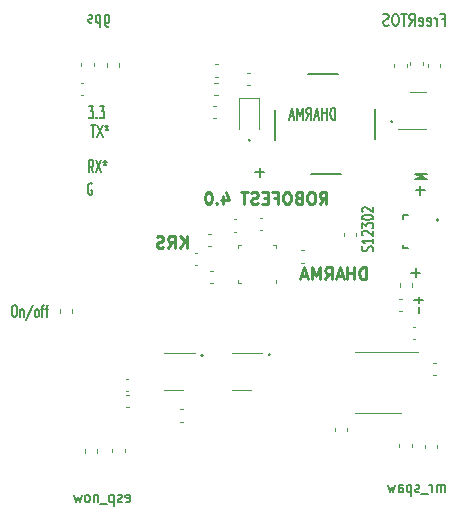
<source format=gbr>
%TF.GenerationSoftware,KiCad,Pcbnew,7.0.10*%
%TF.CreationDate,2024-12-04T12:38:22+05:30*%
%TF.ProjectId,Watch_v3,57617463-685f-4763-932e-6b696361645f,Watch_v3*%
%TF.SameCoordinates,Original*%
%TF.FileFunction,Legend,Bot*%
%TF.FilePolarity,Positive*%
%FSLAX46Y46*%
G04 Gerber Fmt 4.6, Leading zero omitted, Abs format (unit mm)*
G04 Created by KiCad (PCBNEW 7.0.10) date 2024-12-04 12:38:22*
%MOMM*%
%LPD*%
G01*
G04 APERTURE LIST*
%ADD10C,0.200000*%
%ADD11C,0.160000*%
%ADD12C,0.250000*%
%ADD13C,0.170000*%
%ADD14C,0.156000*%
%ADD15C,0.203200*%
%ADD16C,0.120000*%
%ADD17C,0.127000*%
G04 APERTURE END LIST*
D10*
X148850000Y-96275000D02*
G75*
G03*
X148708578Y-96275000I-70711J0D01*
G01*
X148708578Y-96275000D02*
G75*
G03*
X148850000Y-96275000I70711J0D01*
G01*
X143150000Y-96325000D02*
G75*
G03*
X143008578Y-96325000I-70711J0D01*
G01*
X143008578Y-96325000D02*
G75*
G03*
X143150000Y-96325000I70711J0D01*
G01*
X147145711Y-78125000D02*
G75*
G03*
X147004289Y-78125000I-70711J0D01*
G01*
X147004289Y-78125000D02*
G75*
G03*
X147145711Y-78125000I70711J0D01*
G01*
X159220711Y-76550000D02*
G75*
G03*
X159079289Y-76550000I-70711J0D01*
G01*
X159079289Y-76550000D02*
G75*
G03*
X159220711Y-76550000I70711J0D01*
G01*
X163095711Y-84875000D02*
G75*
G03*
X162954289Y-84875000I-70711J0D01*
G01*
X162954289Y-84875000D02*
G75*
G03*
X163095711Y-84875000I70711J0D01*
G01*
D11*
X157556680Y-87516667D02*
X157604299Y-87416667D01*
X157604299Y-87416667D02*
X157604299Y-87250001D01*
X157604299Y-87250001D02*
X157556680Y-87183334D01*
X157556680Y-87183334D02*
X157509060Y-87150001D01*
X157509060Y-87150001D02*
X157413822Y-87116667D01*
X157413822Y-87116667D02*
X157318584Y-87116667D01*
X157318584Y-87116667D02*
X157223346Y-87150001D01*
X157223346Y-87150001D02*
X157175727Y-87183334D01*
X157175727Y-87183334D02*
X157128108Y-87250001D01*
X157128108Y-87250001D02*
X157080489Y-87383334D01*
X157080489Y-87383334D02*
X157032870Y-87450001D01*
X157032870Y-87450001D02*
X156985251Y-87483334D01*
X156985251Y-87483334D02*
X156890013Y-87516667D01*
X156890013Y-87516667D02*
X156794775Y-87516667D01*
X156794775Y-87516667D02*
X156699537Y-87483334D01*
X156699537Y-87483334D02*
X156651918Y-87450001D01*
X156651918Y-87450001D02*
X156604299Y-87383334D01*
X156604299Y-87383334D02*
X156604299Y-87216667D01*
X156604299Y-87216667D02*
X156651918Y-87116667D01*
X157604299Y-86450000D02*
X157604299Y-86850000D01*
X157604299Y-86650000D02*
X156604299Y-86650000D01*
X156604299Y-86650000D02*
X156747156Y-86716667D01*
X156747156Y-86716667D02*
X156842394Y-86783334D01*
X156842394Y-86783334D02*
X156890013Y-86850000D01*
X156699537Y-86183333D02*
X156651918Y-86150000D01*
X156651918Y-86150000D02*
X156604299Y-86083333D01*
X156604299Y-86083333D02*
X156604299Y-85916667D01*
X156604299Y-85916667D02*
X156651918Y-85850000D01*
X156651918Y-85850000D02*
X156699537Y-85816667D01*
X156699537Y-85816667D02*
X156794775Y-85783333D01*
X156794775Y-85783333D02*
X156890013Y-85783333D01*
X156890013Y-85783333D02*
X157032870Y-85816667D01*
X157032870Y-85816667D02*
X157604299Y-86216667D01*
X157604299Y-86216667D02*
X157604299Y-85783333D01*
X156604299Y-85550000D02*
X156604299Y-85116666D01*
X156604299Y-85116666D02*
X156985251Y-85350000D01*
X156985251Y-85350000D02*
X156985251Y-85250000D01*
X156985251Y-85250000D02*
X157032870Y-85183333D01*
X157032870Y-85183333D02*
X157080489Y-85150000D01*
X157080489Y-85150000D02*
X157175727Y-85116666D01*
X157175727Y-85116666D02*
X157413822Y-85116666D01*
X157413822Y-85116666D02*
X157509060Y-85150000D01*
X157509060Y-85150000D02*
X157556680Y-85183333D01*
X157556680Y-85183333D02*
X157604299Y-85250000D01*
X157604299Y-85250000D02*
X157604299Y-85450000D01*
X157604299Y-85450000D02*
X157556680Y-85516666D01*
X157556680Y-85516666D02*
X157509060Y-85550000D01*
X156604299Y-84683333D02*
X156604299Y-84616666D01*
X156604299Y-84616666D02*
X156651918Y-84549999D01*
X156651918Y-84549999D02*
X156699537Y-84516666D01*
X156699537Y-84516666D02*
X156794775Y-84483333D01*
X156794775Y-84483333D02*
X156985251Y-84449999D01*
X156985251Y-84449999D02*
X157223346Y-84449999D01*
X157223346Y-84449999D02*
X157413822Y-84483333D01*
X157413822Y-84483333D02*
X157509060Y-84516666D01*
X157509060Y-84516666D02*
X157556680Y-84549999D01*
X157556680Y-84549999D02*
X157604299Y-84616666D01*
X157604299Y-84616666D02*
X157604299Y-84683333D01*
X157604299Y-84683333D02*
X157556680Y-84749999D01*
X157556680Y-84749999D02*
X157509060Y-84783333D01*
X157509060Y-84783333D02*
X157413822Y-84816666D01*
X157413822Y-84816666D02*
X157223346Y-84849999D01*
X157223346Y-84849999D02*
X156985251Y-84849999D01*
X156985251Y-84849999D02*
X156794775Y-84816666D01*
X156794775Y-84816666D02*
X156699537Y-84783333D01*
X156699537Y-84783333D02*
X156651918Y-84749999D01*
X156651918Y-84749999D02*
X156604299Y-84683333D01*
X156699537Y-84183332D02*
X156651918Y-84149999D01*
X156651918Y-84149999D02*
X156604299Y-84083332D01*
X156604299Y-84083332D02*
X156604299Y-83916666D01*
X156604299Y-83916666D02*
X156651918Y-83849999D01*
X156651918Y-83849999D02*
X156699537Y-83816666D01*
X156699537Y-83816666D02*
X156794775Y-83783332D01*
X156794775Y-83783332D02*
X156890013Y-83783332D01*
X156890013Y-83783332D02*
X157032870Y-83816666D01*
X157032870Y-83816666D02*
X157604299Y-84216666D01*
X157604299Y-84216666D02*
X157604299Y-83783332D01*
D12*
X156972431Y-89889619D02*
X156972431Y-88889619D01*
X156972431Y-88889619D02*
X156734336Y-88889619D01*
X156734336Y-88889619D02*
X156591479Y-88937238D01*
X156591479Y-88937238D02*
X156496241Y-89032476D01*
X156496241Y-89032476D02*
X156448622Y-89127714D01*
X156448622Y-89127714D02*
X156401003Y-89318190D01*
X156401003Y-89318190D02*
X156401003Y-89461047D01*
X156401003Y-89461047D02*
X156448622Y-89651523D01*
X156448622Y-89651523D02*
X156496241Y-89746761D01*
X156496241Y-89746761D02*
X156591479Y-89842000D01*
X156591479Y-89842000D02*
X156734336Y-89889619D01*
X156734336Y-89889619D02*
X156972431Y-89889619D01*
X155972431Y-89889619D02*
X155972431Y-88889619D01*
X155972431Y-89365809D02*
X155401003Y-89365809D01*
X155401003Y-89889619D02*
X155401003Y-88889619D01*
X154972431Y-89603904D02*
X154496241Y-89603904D01*
X155067669Y-89889619D02*
X154734336Y-88889619D01*
X154734336Y-88889619D02*
X154401003Y-89889619D01*
X153496241Y-89889619D02*
X153829574Y-89413428D01*
X154067669Y-89889619D02*
X154067669Y-88889619D01*
X154067669Y-88889619D02*
X153686717Y-88889619D01*
X153686717Y-88889619D02*
X153591479Y-88937238D01*
X153591479Y-88937238D02*
X153543860Y-88984857D01*
X153543860Y-88984857D02*
X153496241Y-89080095D01*
X153496241Y-89080095D02*
X153496241Y-89222952D01*
X153496241Y-89222952D02*
X153543860Y-89318190D01*
X153543860Y-89318190D02*
X153591479Y-89365809D01*
X153591479Y-89365809D02*
X153686717Y-89413428D01*
X153686717Y-89413428D02*
X154067669Y-89413428D01*
X153067669Y-89889619D02*
X153067669Y-88889619D01*
X153067669Y-88889619D02*
X152734336Y-89603904D01*
X152734336Y-89603904D02*
X152401003Y-88889619D01*
X152401003Y-88889619D02*
X152401003Y-89889619D01*
X151972431Y-89603904D02*
X151496241Y-89603904D01*
X152067669Y-89889619D02*
X151734336Y-88889619D01*
X151734336Y-88889619D02*
X151401003Y-89889619D01*
D13*
X154346491Y-76368779D02*
X154346491Y-75368779D01*
X154346491Y-75368779D02*
X154179824Y-75368779D01*
X154179824Y-75368779D02*
X154079824Y-75416398D01*
X154079824Y-75416398D02*
X154013158Y-75511636D01*
X154013158Y-75511636D02*
X153979824Y-75606874D01*
X153979824Y-75606874D02*
X153946491Y-75797350D01*
X153946491Y-75797350D02*
X153946491Y-75940207D01*
X153946491Y-75940207D02*
X153979824Y-76130683D01*
X153979824Y-76130683D02*
X154013158Y-76225921D01*
X154013158Y-76225921D02*
X154079824Y-76321160D01*
X154079824Y-76321160D02*
X154179824Y-76368779D01*
X154179824Y-76368779D02*
X154346491Y-76368779D01*
X153646491Y-76368779D02*
X153646491Y-75368779D01*
X153646491Y-75844969D02*
X153246491Y-75844969D01*
X153246491Y-76368779D02*
X153246491Y-75368779D01*
X152946491Y-76083064D02*
X152613158Y-76083064D01*
X153013158Y-76368779D02*
X152779825Y-75368779D01*
X152779825Y-75368779D02*
X152546491Y-76368779D01*
X151913158Y-76368779D02*
X152146491Y-75892588D01*
X152313158Y-76368779D02*
X152313158Y-75368779D01*
X152313158Y-75368779D02*
X152046491Y-75368779D01*
X152046491Y-75368779D02*
X151979825Y-75416398D01*
X151979825Y-75416398D02*
X151946491Y-75464017D01*
X151946491Y-75464017D02*
X151913158Y-75559255D01*
X151913158Y-75559255D02*
X151913158Y-75702112D01*
X151913158Y-75702112D02*
X151946491Y-75797350D01*
X151946491Y-75797350D02*
X151979825Y-75844969D01*
X151979825Y-75844969D02*
X152046491Y-75892588D01*
X152046491Y-75892588D02*
X152313158Y-75892588D01*
X151613158Y-76368779D02*
X151613158Y-75368779D01*
X151613158Y-75368779D02*
X151379825Y-76083064D01*
X151379825Y-76083064D02*
X151146491Y-75368779D01*
X151146491Y-75368779D02*
X151146491Y-76368779D01*
X150846491Y-76083064D02*
X150513158Y-76083064D01*
X150913158Y-76368779D02*
X150679825Y-75368779D01*
X150679825Y-75368779D02*
X150446491Y-76368779D01*
D10*
X163627945Y-107942219D02*
X163627945Y-107275552D01*
X163627945Y-107370790D02*
X163589850Y-107323171D01*
X163589850Y-107323171D02*
X163513660Y-107275552D01*
X163513660Y-107275552D02*
X163399374Y-107275552D01*
X163399374Y-107275552D02*
X163323183Y-107323171D01*
X163323183Y-107323171D02*
X163285088Y-107418409D01*
X163285088Y-107418409D02*
X163285088Y-107942219D01*
X163285088Y-107418409D02*
X163246993Y-107323171D01*
X163246993Y-107323171D02*
X163170802Y-107275552D01*
X163170802Y-107275552D02*
X163056517Y-107275552D01*
X163056517Y-107275552D02*
X162980326Y-107323171D01*
X162980326Y-107323171D02*
X162942231Y-107418409D01*
X162942231Y-107418409D02*
X162942231Y-107942219D01*
X162561278Y-107942219D02*
X162561278Y-107275552D01*
X162561278Y-107466028D02*
X162523183Y-107370790D01*
X162523183Y-107370790D02*
X162485088Y-107323171D01*
X162485088Y-107323171D02*
X162408897Y-107275552D01*
X162408897Y-107275552D02*
X162332707Y-107275552D01*
X162256517Y-108037457D02*
X161646993Y-108037457D01*
X161494612Y-107894600D02*
X161418421Y-107942219D01*
X161418421Y-107942219D02*
X161266040Y-107942219D01*
X161266040Y-107942219D02*
X161189850Y-107894600D01*
X161189850Y-107894600D02*
X161151754Y-107799361D01*
X161151754Y-107799361D02*
X161151754Y-107751742D01*
X161151754Y-107751742D02*
X161189850Y-107656504D01*
X161189850Y-107656504D02*
X161266040Y-107608885D01*
X161266040Y-107608885D02*
X161380326Y-107608885D01*
X161380326Y-107608885D02*
X161456516Y-107561266D01*
X161456516Y-107561266D02*
X161494612Y-107466028D01*
X161494612Y-107466028D02*
X161494612Y-107418409D01*
X161494612Y-107418409D02*
X161456516Y-107323171D01*
X161456516Y-107323171D02*
X161380326Y-107275552D01*
X161380326Y-107275552D02*
X161266040Y-107275552D01*
X161266040Y-107275552D02*
X161189850Y-107323171D01*
X160808897Y-107275552D02*
X160808897Y-108275552D01*
X160808897Y-107323171D02*
X160732707Y-107275552D01*
X160732707Y-107275552D02*
X160580326Y-107275552D01*
X160580326Y-107275552D02*
X160504135Y-107323171D01*
X160504135Y-107323171D02*
X160466040Y-107370790D01*
X160466040Y-107370790D02*
X160427945Y-107466028D01*
X160427945Y-107466028D02*
X160427945Y-107751742D01*
X160427945Y-107751742D02*
X160466040Y-107846980D01*
X160466040Y-107846980D02*
X160504135Y-107894600D01*
X160504135Y-107894600D02*
X160580326Y-107942219D01*
X160580326Y-107942219D02*
X160732707Y-107942219D01*
X160732707Y-107942219D02*
X160808897Y-107894600D01*
X159742230Y-107942219D02*
X159742230Y-107418409D01*
X159742230Y-107418409D02*
X159780325Y-107323171D01*
X159780325Y-107323171D02*
X159856516Y-107275552D01*
X159856516Y-107275552D02*
X160008897Y-107275552D01*
X160008897Y-107275552D02*
X160085087Y-107323171D01*
X159742230Y-107894600D02*
X159818421Y-107942219D01*
X159818421Y-107942219D02*
X160008897Y-107942219D01*
X160008897Y-107942219D02*
X160085087Y-107894600D01*
X160085087Y-107894600D02*
X160123183Y-107799361D01*
X160123183Y-107799361D02*
X160123183Y-107704123D01*
X160123183Y-107704123D02*
X160085087Y-107608885D01*
X160085087Y-107608885D02*
X160008897Y-107561266D01*
X160008897Y-107561266D02*
X159818421Y-107561266D01*
X159818421Y-107561266D02*
X159742230Y-107513647D01*
X159437468Y-107275552D02*
X159285087Y-107942219D01*
X159285087Y-107942219D02*
X159132706Y-107466028D01*
X159132706Y-107466028D02*
X158980325Y-107942219D01*
X158980325Y-107942219D02*
X158827944Y-107275552D01*
D12*
X153051003Y-83514619D02*
X153384336Y-83038428D01*
X153622431Y-83514619D02*
X153622431Y-82514619D01*
X153622431Y-82514619D02*
X153241479Y-82514619D01*
X153241479Y-82514619D02*
X153146241Y-82562238D01*
X153146241Y-82562238D02*
X153098622Y-82609857D01*
X153098622Y-82609857D02*
X153051003Y-82705095D01*
X153051003Y-82705095D02*
X153051003Y-82847952D01*
X153051003Y-82847952D02*
X153098622Y-82943190D01*
X153098622Y-82943190D02*
X153146241Y-82990809D01*
X153146241Y-82990809D02*
X153241479Y-83038428D01*
X153241479Y-83038428D02*
X153622431Y-83038428D01*
X152431955Y-82514619D02*
X152241479Y-82514619D01*
X152241479Y-82514619D02*
X152146241Y-82562238D01*
X152146241Y-82562238D02*
X152051003Y-82657476D01*
X152051003Y-82657476D02*
X152003384Y-82847952D01*
X152003384Y-82847952D02*
X152003384Y-83181285D01*
X152003384Y-83181285D02*
X152051003Y-83371761D01*
X152051003Y-83371761D02*
X152146241Y-83467000D01*
X152146241Y-83467000D02*
X152241479Y-83514619D01*
X152241479Y-83514619D02*
X152431955Y-83514619D01*
X152431955Y-83514619D02*
X152527193Y-83467000D01*
X152527193Y-83467000D02*
X152622431Y-83371761D01*
X152622431Y-83371761D02*
X152670050Y-83181285D01*
X152670050Y-83181285D02*
X152670050Y-82847952D01*
X152670050Y-82847952D02*
X152622431Y-82657476D01*
X152622431Y-82657476D02*
X152527193Y-82562238D01*
X152527193Y-82562238D02*
X152431955Y-82514619D01*
X151241479Y-82990809D02*
X151098622Y-83038428D01*
X151098622Y-83038428D02*
X151051003Y-83086047D01*
X151051003Y-83086047D02*
X151003384Y-83181285D01*
X151003384Y-83181285D02*
X151003384Y-83324142D01*
X151003384Y-83324142D02*
X151051003Y-83419380D01*
X151051003Y-83419380D02*
X151098622Y-83467000D01*
X151098622Y-83467000D02*
X151193860Y-83514619D01*
X151193860Y-83514619D02*
X151574812Y-83514619D01*
X151574812Y-83514619D02*
X151574812Y-82514619D01*
X151574812Y-82514619D02*
X151241479Y-82514619D01*
X151241479Y-82514619D02*
X151146241Y-82562238D01*
X151146241Y-82562238D02*
X151098622Y-82609857D01*
X151098622Y-82609857D02*
X151051003Y-82705095D01*
X151051003Y-82705095D02*
X151051003Y-82800333D01*
X151051003Y-82800333D02*
X151098622Y-82895571D01*
X151098622Y-82895571D02*
X151146241Y-82943190D01*
X151146241Y-82943190D02*
X151241479Y-82990809D01*
X151241479Y-82990809D02*
X151574812Y-82990809D01*
X150384336Y-82514619D02*
X150193860Y-82514619D01*
X150193860Y-82514619D02*
X150098622Y-82562238D01*
X150098622Y-82562238D02*
X150003384Y-82657476D01*
X150003384Y-82657476D02*
X149955765Y-82847952D01*
X149955765Y-82847952D02*
X149955765Y-83181285D01*
X149955765Y-83181285D02*
X150003384Y-83371761D01*
X150003384Y-83371761D02*
X150098622Y-83467000D01*
X150098622Y-83467000D02*
X150193860Y-83514619D01*
X150193860Y-83514619D02*
X150384336Y-83514619D01*
X150384336Y-83514619D02*
X150479574Y-83467000D01*
X150479574Y-83467000D02*
X150574812Y-83371761D01*
X150574812Y-83371761D02*
X150622431Y-83181285D01*
X150622431Y-83181285D02*
X150622431Y-82847952D01*
X150622431Y-82847952D02*
X150574812Y-82657476D01*
X150574812Y-82657476D02*
X150479574Y-82562238D01*
X150479574Y-82562238D02*
X150384336Y-82514619D01*
X149193860Y-82990809D02*
X149527193Y-82990809D01*
X149527193Y-83514619D02*
X149527193Y-82514619D01*
X149527193Y-82514619D02*
X149051003Y-82514619D01*
X148670050Y-82990809D02*
X148336717Y-82990809D01*
X148193860Y-83514619D02*
X148670050Y-83514619D01*
X148670050Y-83514619D02*
X148670050Y-82514619D01*
X148670050Y-82514619D02*
X148193860Y-82514619D01*
X147812907Y-83467000D02*
X147670050Y-83514619D01*
X147670050Y-83514619D02*
X147431955Y-83514619D01*
X147431955Y-83514619D02*
X147336717Y-83467000D01*
X147336717Y-83467000D02*
X147289098Y-83419380D01*
X147289098Y-83419380D02*
X147241479Y-83324142D01*
X147241479Y-83324142D02*
X147241479Y-83228904D01*
X147241479Y-83228904D02*
X147289098Y-83133666D01*
X147289098Y-83133666D02*
X147336717Y-83086047D01*
X147336717Y-83086047D02*
X147431955Y-83038428D01*
X147431955Y-83038428D02*
X147622431Y-82990809D01*
X147622431Y-82990809D02*
X147717669Y-82943190D01*
X147717669Y-82943190D02*
X147765288Y-82895571D01*
X147765288Y-82895571D02*
X147812907Y-82800333D01*
X147812907Y-82800333D02*
X147812907Y-82705095D01*
X147812907Y-82705095D02*
X147765288Y-82609857D01*
X147765288Y-82609857D02*
X147717669Y-82562238D01*
X147717669Y-82562238D02*
X147622431Y-82514619D01*
X147622431Y-82514619D02*
X147384336Y-82514619D01*
X147384336Y-82514619D02*
X147241479Y-82562238D01*
X146955764Y-82514619D02*
X146384336Y-82514619D01*
X146670050Y-83514619D02*
X146670050Y-82514619D01*
X144860526Y-82847952D02*
X144860526Y-83514619D01*
X145098621Y-82467000D02*
X145336716Y-83181285D01*
X145336716Y-83181285D02*
X144717669Y-83181285D01*
X144336716Y-83419380D02*
X144289097Y-83467000D01*
X144289097Y-83467000D02*
X144336716Y-83514619D01*
X144336716Y-83514619D02*
X144384335Y-83467000D01*
X144384335Y-83467000D02*
X144336716Y-83419380D01*
X144336716Y-83419380D02*
X144336716Y-83514619D01*
X143670050Y-82514619D02*
X143574812Y-82514619D01*
X143574812Y-82514619D02*
X143479574Y-82562238D01*
X143479574Y-82562238D02*
X143431955Y-82609857D01*
X143431955Y-82609857D02*
X143384336Y-82705095D01*
X143384336Y-82705095D02*
X143336717Y-82895571D01*
X143336717Y-82895571D02*
X143336717Y-83133666D01*
X143336717Y-83133666D02*
X143384336Y-83324142D01*
X143384336Y-83324142D02*
X143431955Y-83419380D01*
X143431955Y-83419380D02*
X143479574Y-83467000D01*
X143479574Y-83467000D02*
X143574812Y-83514619D01*
X143574812Y-83514619D02*
X143670050Y-83514619D01*
X143670050Y-83514619D02*
X143765288Y-83467000D01*
X143765288Y-83467000D02*
X143812907Y-83419380D01*
X143812907Y-83419380D02*
X143860526Y-83324142D01*
X143860526Y-83324142D02*
X143908145Y-83133666D01*
X143908145Y-83133666D02*
X143908145Y-82895571D01*
X143908145Y-82895571D02*
X143860526Y-82705095D01*
X143860526Y-82705095D02*
X143812907Y-82609857D01*
X143812907Y-82609857D02*
X143765288Y-82562238D01*
X143765288Y-82562238D02*
X143670050Y-82514619D01*
D11*
X133494047Y-75254299D02*
X133896428Y-75254299D01*
X133896428Y-75254299D02*
X133679761Y-75635251D01*
X133679761Y-75635251D02*
X133772618Y-75635251D01*
X133772618Y-75635251D02*
X133834523Y-75682870D01*
X133834523Y-75682870D02*
X133865475Y-75730489D01*
X133865475Y-75730489D02*
X133896428Y-75825727D01*
X133896428Y-75825727D02*
X133896428Y-76063822D01*
X133896428Y-76063822D02*
X133865475Y-76159060D01*
X133865475Y-76159060D02*
X133834523Y-76206680D01*
X133834523Y-76206680D02*
X133772618Y-76254299D01*
X133772618Y-76254299D02*
X133586904Y-76254299D01*
X133586904Y-76254299D02*
X133524999Y-76206680D01*
X133524999Y-76206680D02*
X133494047Y-76159060D01*
X134174999Y-76159060D02*
X134205952Y-76206680D01*
X134205952Y-76206680D02*
X134174999Y-76254299D01*
X134174999Y-76254299D02*
X134144047Y-76206680D01*
X134144047Y-76206680D02*
X134174999Y-76159060D01*
X134174999Y-76159060D02*
X134174999Y-76254299D01*
X134422619Y-75254299D02*
X134825000Y-75254299D01*
X134825000Y-75254299D02*
X134608333Y-75635251D01*
X134608333Y-75635251D02*
X134701190Y-75635251D01*
X134701190Y-75635251D02*
X134763095Y-75682870D01*
X134763095Y-75682870D02*
X134794047Y-75730489D01*
X134794047Y-75730489D02*
X134825000Y-75825727D01*
X134825000Y-75825727D02*
X134825000Y-76063822D01*
X134825000Y-76063822D02*
X134794047Y-76159060D01*
X134794047Y-76159060D02*
X134763095Y-76206680D01*
X134763095Y-76206680D02*
X134701190Y-76254299D01*
X134701190Y-76254299D02*
X134515476Y-76254299D01*
X134515476Y-76254299D02*
X134453571Y-76206680D01*
X134453571Y-76206680D02*
X134422619Y-76159060D01*
X133894047Y-80829299D02*
X133677380Y-80353108D01*
X133522618Y-80829299D02*
X133522618Y-79829299D01*
X133522618Y-79829299D02*
X133770237Y-79829299D01*
X133770237Y-79829299D02*
X133832142Y-79876918D01*
X133832142Y-79876918D02*
X133863095Y-79924537D01*
X133863095Y-79924537D02*
X133894047Y-80019775D01*
X133894047Y-80019775D02*
X133894047Y-80162632D01*
X133894047Y-80162632D02*
X133863095Y-80257870D01*
X133863095Y-80257870D02*
X133832142Y-80305489D01*
X133832142Y-80305489D02*
X133770237Y-80353108D01*
X133770237Y-80353108D02*
X133522618Y-80353108D01*
X134110714Y-79829299D02*
X134544047Y-80829299D01*
X134544047Y-79829299D02*
X134110714Y-80829299D01*
X134884524Y-79829299D02*
X134884524Y-80067394D01*
X134729762Y-79972156D02*
X134884524Y-80067394D01*
X134884524Y-80067394D02*
X135039285Y-79972156D01*
X134791666Y-80257870D02*
X134884524Y-80067394D01*
X134884524Y-80067394D02*
X134977381Y-80257870D01*
D12*
X141772431Y-87239619D02*
X141772431Y-86239619D01*
X141201003Y-87239619D02*
X141629574Y-86668190D01*
X141201003Y-86239619D02*
X141772431Y-86811047D01*
X140201003Y-87239619D02*
X140534336Y-86763428D01*
X140772431Y-87239619D02*
X140772431Y-86239619D01*
X140772431Y-86239619D02*
X140391479Y-86239619D01*
X140391479Y-86239619D02*
X140296241Y-86287238D01*
X140296241Y-86287238D02*
X140248622Y-86334857D01*
X140248622Y-86334857D02*
X140201003Y-86430095D01*
X140201003Y-86430095D02*
X140201003Y-86572952D01*
X140201003Y-86572952D02*
X140248622Y-86668190D01*
X140248622Y-86668190D02*
X140296241Y-86715809D01*
X140296241Y-86715809D02*
X140391479Y-86763428D01*
X140391479Y-86763428D02*
X140772431Y-86763428D01*
X139820050Y-87192000D02*
X139677193Y-87239619D01*
X139677193Y-87239619D02*
X139439098Y-87239619D01*
X139439098Y-87239619D02*
X139343860Y-87192000D01*
X139343860Y-87192000D02*
X139296241Y-87144380D01*
X139296241Y-87144380D02*
X139248622Y-87049142D01*
X139248622Y-87049142D02*
X139248622Y-86953904D01*
X139248622Y-86953904D02*
X139296241Y-86858666D01*
X139296241Y-86858666D02*
X139343860Y-86811047D01*
X139343860Y-86811047D02*
X139439098Y-86763428D01*
X139439098Y-86763428D02*
X139629574Y-86715809D01*
X139629574Y-86715809D02*
X139724812Y-86668190D01*
X139724812Y-86668190D02*
X139772431Y-86620571D01*
X139772431Y-86620571D02*
X139820050Y-86525333D01*
X139820050Y-86525333D02*
X139820050Y-86430095D01*
X139820050Y-86430095D02*
X139772431Y-86334857D01*
X139772431Y-86334857D02*
X139724812Y-86287238D01*
X139724812Y-86287238D02*
X139629574Y-86239619D01*
X139629574Y-86239619D02*
X139391479Y-86239619D01*
X139391479Y-86239619D02*
X139248622Y-86287238D01*
D10*
X136623183Y-108744600D02*
X136699374Y-108792219D01*
X136699374Y-108792219D02*
X136851755Y-108792219D01*
X136851755Y-108792219D02*
X136927945Y-108744600D01*
X136927945Y-108744600D02*
X136966041Y-108649361D01*
X136966041Y-108649361D02*
X136966041Y-108268409D01*
X136966041Y-108268409D02*
X136927945Y-108173171D01*
X136927945Y-108173171D02*
X136851755Y-108125552D01*
X136851755Y-108125552D02*
X136699374Y-108125552D01*
X136699374Y-108125552D02*
X136623183Y-108173171D01*
X136623183Y-108173171D02*
X136585088Y-108268409D01*
X136585088Y-108268409D02*
X136585088Y-108363647D01*
X136585088Y-108363647D02*
X136966041Y-108458885D01*
X136280327Y-108744600D02*
X136204136Y-108792219D01*
X136204136Y-108792219D02*
X136051755Y-108792219D01*
X136051755Y-108792219D02*
X135975565Y-108744600D01*
X135975565Y-108744600D02*
X135937469Y-108649361D01*
X135937469Y-108649361D02*
X135937469Y-108601742D01*
X135937469Y-108601742D02*
X135975565Y-108506504D01*
X135975565Y-108506504D02*
X136051755Y-108458885D01*
X136051755Y-108458885D02*
X136166041Y-108458885D01*
X136166041Y-108458885D02*
X136242231Y-108411266D01*
X136242231Y-108411266D02*
X136280327Y-108316028D01*
X136280327Y-108316028D02*
X136280327Y-108268409D01*
X136280327Y-108268409D02*
X136242231Y-108173171D01*
X136242231Y-108173171D02*
X136166041Y-108125552D01*
X136166041Y-108125552D02*
X136051755Y-108125552D01*
X136051755Y-108125552D02*
X135975565Y-108173171D01*
X135594612Y-108125552D02*
X135594612Y-109125552D01*
X135594612Y-108173171D02*
X135518422Y-108125552D01*
X135518422Y-108125552D02*
X135366041Y-108125552D01*
X135366041Y-108125552D02*
X135289850Y-108173171D01*
X135289850Y-108173171D02*
X135251755Y-108220790D01*
X135251755Y-108220790D02*
X135213660Y-108316028D01*
X135213660Y-108316028D02*
X135213660Y-108601742D01*
X135213660Y-108601742D02*
X135251755Y-108696980D01*
X135251755Y-108696980D02*
X135289850Y-108744600D01*
X135289850Y-108744600D02*
X135366041Y-108792219D01*
X135366041Y-108792219D02*
X135518422Y-108792219D01*
X135518422Y-108792219D02*
X135594612Y-108744600D01*
X135061279Y-108887457D02*
X134451755Y-108887457D01*
X134261278Y-108125552D02*
X134261278Y-108792219D01*
X134261278Y-108220790D02*
X134223183Y-108173171D01*
X134223183Y-108173171D02*
X134146993Y-108125552D01*
X134146993Y-108125552D02*
X134032707Y-108125552D01*
X134032707Y-108125552D02*
X133956516Y-108173171D01*
X133956516Y-108173171D02*
X133918421Y-108268409D01*
X133918421Y-108268409D02*
X133918421Y-108792219D01*
X133423183Y-108792219D02*
X133499373Y-108744600D01*
X133499373Y-108744600D02*
X133537468Y-108696980D01*
X133537468Y-108696980D02*
X133575564Y-108601742D01*
X133575564Y-108601742D02*
X133575564Y-108316028D01*
X133575564Y-108316028D02*
X133537468Y-108220790D01*
X133537468Y-108220790D02*
X133499373Y-108173171D01*
X133499373Y-108173171D02*
X133423183Y-108125552D01*
X133423183Y-108125552D02*
X133308897Y-108125552D01*
X133308897Y-108125552D02*
X133232706Y-108173171D01*
X133232706Y-108173171D02*
X133194611Y-108220790D01*
X133194611Y-108220790D02*
X133156516Y-108316028D01*
X133156516Y-108316028D02*
X133156516Y-108601742D01*
X133156516Y-108601742D02*
X133194611Y-108696980D01*
X133194611Y-108696980D02*
X133232706Y-108744600D01*
X133232706Y-108744600D02*
X133308897Y-108792219D01*
X133308897Y-108792219D02*
X133423183Y-108792219D01*
X132889849Y-108125552D02*
X132737468Y-108792219D01*
X132737468Y-108792219D02*
X132585087Y-108316028D01*
X132585087Y-108316028D02*
X132432706Y-108792219D01*
X132432706Y-108792219D02*
X132280325Y-108125552D01*
D11*
X133770238Y-81801918D02*
X133708333Y-81754299D01*
X133708333Y-81754299D02*
X133615476Y-81754299D01*
X133615476Y-81754299D02*
X133522619Y-81801918D01*
X133522619Y-81801918D02*
X133460714Y-81897156D01*
X133460714Y-81897156D02*
X133429761Y-81992394D01*
X133429761Y-81992394D02*
X133398809Y-82182870D01*
X133398809Y-82182870D02*
X133398809Y-82325727D01*
X133398809Y-82325727D02*
X133429761Y-82516203D01*
X133429761Y-82516203D02*
X133460714Y-82611441D01*
X133460714Y-82611441D02*
X133522619Y-82706680D01*
X133522619Y-82706680D02*
X133615476Y-82754299D01*
X133615476Y-82754299D02*
X133677380Y-82754299D01*
X133677380Y-82754299D02*
X133770238Y-82706680D01*
X133770238Y-82706680D02*
X133801190Y-82659060D01*
X133801190Y-82659060D02*
X133801190Y-82325727D01*
X133801190Y-82325727D02*
X133677380Y-82325727D01*
D14*
X161931593Y-82373693D02*
X161168405Y-82373693D01*
X161549999Y-82755287D02*
X161549999Y-81992098D01*
D11*
X133707142Y-76804299D02*
X134078571Y-76804299D01*
X133892857Y-77804299D02*
X133892857Y-76804299D01*
X134233333Y-76804299D02*
X134666666Y-77804299D01*
X134666666Y-76804299D02*
X134233333Y-77804299D01*
X135007143Y-76804299D02*
X135007143Y-77042394D01*
X134852381Y-76947156D02*
X135007143Y-77042394D01*
X135007143Y-77042394D02*
X135161904Y-76947156D01*
X134914285Y-77232870D02*
X135007143Y-77042394D01*
X135007143Y-77042394D02*
X135100000Y-77232870D01*
D10*
X134860088Y-67500552D02*
X134860088Y-68310076D01*
X134860088Y-68310076D02*
X134898183Y-68405314D01*
X134898183Y-68405314D02*
X134936279Y-68452933D01*
X134936279Y-68452933D02*
X135012469Y-68500552D01*
X135012469Y-68500552D02*
X135126755Y-68500552D01*
X135126755Y-68500552D02*
X135202945Y-68452933D01*
X134860088Y-68119600D02*
X134936279Y-68167219D01*
X134936279Y-68167219D02*
X135088660Y-68167219D01*
X135088660Y-68167219D02*
X135164850Y-68119600D01*
X135164850Y-68119600D02*
X135202945Y-68071980D01*
X135202945Y-68071980D02*
X135241041Y-67976742D01*
X135241041Y-67976742D02*
X135241041Y-67691028D01*
X135241041Y-67691028D02*
X135202945Y-67595790D01*
X135202945Y-67595790D02*
X135164850Y-67548171D01*
X135164850Y-67548171D02*
X135088660Y-67500552D01*
X135088660Y-67500552D02*
X134936279Y-67500552D01*
X134936279Y-67500552D02*
X134860088Y-67548171D01*
X134479135Y-67500552D02*
X134479135Y-68500552D01*
X134479135Y-67548171D02*
X134402945Y-67500552D01*
X134402945Y-67500552D02*
X134250564Y-67500552D01*
X134250564Y-67500552D02*
X134174373Y-67548171D01*
X134174373Y-67548171D02*
X134136278Y-67595790D01*
X134136278Y-67595790D02*
X134098183Y-67691028D01*
X134098183Y-67691028D02*
X134098183Y-67976742D01*
X134098183Y-67976742D02*
X134136278Y-68071980D01*
X134136278Y-68071980D02*
X134174373Y-68119600D01*
X134174373Y-68119600D02*
X134250564Y-68167219D01*
X134250564Y-68167219D02*
X134402945Y-68167219D01*
X134402945Y-68167219D02*
X134479135Y-68119600D01*
X133793421Y-68119600D02*
X133717230Y-68167219D01*
X133717230Y-68167219D02*
X133564849Y-68167219D01*
X133564849Y-68167219D02*
X133488659Y-68119600D01*
X133488659Y-68119600D02*
X133450563Y-68024361D01*
X133450563Y-68024361D02*
X133450563Y-67976742D01*
X133450563Y-67976742D02*
X133488659Y-67881504D01*
X133488659Y-67881504D02*
X133564849Y-67833885D01*
X133564849Y-67833885D02*
X133679135Y-67833885D01*
X133679135Y-67833885D02*
X133755325Y-67786266D01*
X133755325Y-67786266D02*
X133793421Y-67691028D01*
X133793421Y-67691028D02*
X133793421Y-67643409D01*
X133793421Y-67643409D02*
X133755325Y-67548171D01*
X133755325Y-67548171D02*
X133679135Y-67500552D01*
X133679135Y-67500552D02*
X133564849Y-67500552D01*
X133564849Y-67500552D02*
X133488659Y-67548171D01*
D11*
X161426653Y-91424999D02*
X161426653Y-91920238D01*
X161045700Y-91672618D02*
X161807605Y-91672618D01*
X161426653Y-92229761D02*
X161426653Y-92725000D01*
D14*
X161556593Y-89323693D02*
X160793405Y-89323693D01*
X161174999Y-89705287D02*
X161174999Y-88942098D01*
D11*
X127138095Y-92079299D02*
X127261904Y-92079299D01*
X127261904Y-92079299D02*
X127323809Y-92126918D01*
X127323809Y-92126918D02*
X127385714Y-92222156D01*
X127385714Y-92222156D02*
X127416666Y-92412632D01*
X127416666Y-92412632D02*
X127416666Y-92745965D01*
X127416666Y-92745965D02*
X127385714Y-92936441D01*
X127385714Y-92936441D02*
X127323809Y-93031680D01*
X127323809Y-93031680D02*
X127261904Y-93079299D01*
X127261904Y-93079299D02*
X127138095Y-93079299D01*
X127138095Y-93079299D02*
X127076190Y-93031680D01*
X127076190Y-93031680D02*
X127014285Y-92936441D01*
X127014285Y-92936441D02*
X126983333Y-92745965D01*
X126983333Y-92745965D02*
X126983333Y-92412632D01*
X126983333Y-92412632D02*
X127014285Y-92222156D01*
X127014285Y-92222156D02*
X127076190Y-92126918D01*
X127076190Y-92126918D02*
X127138095Y-92079299D01*
X127695237Y-92412632D02*
X127695237Y-93079299D01*
X127695237Y-92507870D02*
X127726190Y-92460251D01*
X127726190Y-92460251D02*
X127788095Y-92412632D01*
X127788095Y-92412632D02*
X127880952Y-92412632D01*
X127880952Y-92412632D02*
X127942856Y-92460251D01*
X127942856Y-92460251D02*
X127973809Y-92555489D01*
X127973809Y-92555489D02*
X127973809Y-93079299D01*
X128747618Y-92031680D02*
X128190475Y-93317394D01*
X129057142Y-93079299D02*
X128995237Y-93031680D01*
X128995237Y-93031680D02*
X128964284Y-92984060D01*
X128964284Y-92984060D02*
X128933332Y-92888822D01*
X128933332Y-92888822D02*
X128933332Y-92603108D01*
X128933332Y-92603108D02*
X128964284Y-92507870D01*
X128964284Y-92507870D02*
X128995237Y-92460251D01*
X128995237Y-92460251D02*
X129057142Y-92412632D01*
X129057142Y-92412632D02*
X129149999Y-92412632D01*
X129149999Y-92412632D02*
X129211903Y-92460251D01*
X129211903Y-92460251D02*
X129242856Y-92507870D01*
X129242856Y-92507870D02*
X129273808Y-92603108D01*
X129273808Y-92603108D02*
X129273808Y-92888822D01*
X129273808Y-92888822D02*
X129242856Y-92984060D01*
X129242856Y-92984060D02*
X129211903Y-93031680D01*
X129211903Y-93031680D02*
X129149999Y-93079299D01*
X129149999Y-93079299D02*
X129057142Y-93079299D01*
X129459522Y-92412632D02*
X129707141Y-92412632D01*
X129552379Y-93079299D02*
X129552379Y-92222156D01*
X129552379Y-92222156D02*
X129583332Y-92126918D01*
X129583332Y-92126918D02*
X129645237Y-92079299D01*
X129645237Y-92079299D02*
X129707141Y-92079299D01*
X129830951Y-92412632D02*
X130078570Y-92412632D01*
X129923808Y-93079299D02*
X129923808Y-92222156D01*
X129923808Y-92222156D02*
X129954761Y-92126918D01*
X129954761Y-92126918D02*
X130016666Y-92079299D01*
X130016666Y-92079299D02*
X130078570Y-92079299D01*
X162154299Y-81416666D02*
X161154299Y-81416666D01*
X161154299Y-81416666D02*
X161868584Y-81199999D01*
X161868584Y-81199999D02*
X161154299Y-80983332D01*
X161154299Y-80983332D02*
X162154299Y-80983332D01*
D10*
X163386279Y-67893409D02*
X163652945Y-67893409D01*
X163652945Y-68417219D02*
X163652945Y-67417219D01*
X163652945Y-67417219D02*
X163271993Y-67417219D01*
X162967231Y-68417219D02*
X162967231Y-67750552D01*
X162967231Y-67941028D02*
X162929136Y-67845790D01*
X162929136Y-67845790D02*
X162891041Y-67798171D01*
X162891041Y-67798171D02*
X162814850Y-67750552D01*
X162814850Y-67750552D02*
X162738660Y-67750552D01*
X162167231Y-68369600D02*
X162243422Y-68417219D01*
X162243422Y-68417219D02*
X162395803Y-68417219D01*
X162395803Y-68417219D02*
X162471993Y-68369600D01*
X162471993Y-68369600D02*
X162510089Y-68274361D01*
X162510089Y-68274361D02*
X162510089Y-67893409D01*
X162510089Y-67893409D02*
X162471993Y-67798171D01*
X162471993Y-67798171D02*
X162395803Y-67750552D01*
X162395803Y-67750552D02*
X162243422Y-67750552D01*
X162243422Y-67750552D02*
X162167231Y-67798171D01*
X162167231Y-67798171D02*
X162129136Y-67893409D01*
X162129136Y-67893409D02*
X162129136Y-67988647D01*
X162129136Y-67988647D02*
X162510089Y-68083885D01*
X161481517Y-68369600D02*
X161557708Y-68417219D01*
X161557708Y-68417219D02*
X161710089Y-68417219D01*
X161710089Y-68417219D02*
X161786279Y-68369600D01*
X161786279Y-68369600D02*
X161824375Y-68274361D01*
X161824375Y-68274361D02*
X161824375Y-67893409D01*
X161824375Y-67893409D02*
X161786279Y-67798171D01*
X161786279Y-67798171D02*
X161710089Y-67750552D01*
X161710089Y-67750552D02*
X161557708Y-67750552D01*
X161557708Y-67750552D02*
X161481517Y-67798171D01*
X161481517Y-67798171D02*
X161443422Y-67893409D01*
X161443422Y-67893409D02*
X161443422Y-67988647D01*
X161443422Y-67988647D02*
X161824375Y-68083885D01*
X160643422Y-68417219D02*
X160910089Y-67941028D01*
X161100565Y-68417219D02*
X161100565Y-67417219D01*
X161100565Y-67417219D02*
X160795803Y-67417219D01*
X160795803Y-67417219D02*
X160719613Y-67464838D01*
X160719613Y-67464838D02*
X160681518Y-67512457D01*
X160681518Y-67512457D02*
X160643422Y-67607695D01*
X160643422Y-67607695D02*
X160643422Y-67750552D01*
X160643422Y-67750552D02*
X160681518Y-67845790D01*
X160681518Y-67845790D02*
X160719613Y-67893409D01*
X160719613Y-67893409D02*
X160795803Y-67941028D01*
X160795803Y-67941028D02*
X161100565Y-67941028D01*
X160414851Y-67417219D02*
X159957708Y-67417219D01*
X160186280Y-68417219D02*
X160186280Y-67417219D01*
X159538660Y-67417219D02*
X159386279Y-67417219D01*
X159386279Y-67417219D02*
X159310089Y-67464838D01*
X159310089Y-67464838D02*
X159233898Y-67560076D01*
X159233898Y-67560076D02*
X159195803Y-67750552D01*
X159195803Y-67750552D02*
X159195803Y-68083885D01*
X159195803Y-68083885D02*
X159233898Y-68274361D01*
X159233898Y-68274361D02*
X159310089Y-68369600D01*
X159310089Y-68369600D02*
X159386279Y-68417219D01*
X159386279Y-68417219D02*
X159538660Y-68417219D01*
X159538660Y-68417219D02*
X159614851Y-68369600D01*
X159614851Y-68369600D02*
X159691041Y-68274361D01*
X159691041Y-68274361D02*
X159729137Y-68083885D01*
X159729137Y-68083885D02*
X159729137Y-67750552D01*
X159729137Y-67750552D02*
X159691041Y-67560076D01*
X159691041Y-67560076D02*
X159614851Y-67464838D01*
X159614851Y-67464838D02*
X159538660Y-67417219D01*
X158891042Y-68369600D02*
X158776756Y-68417219D01*
X158776756Y-68417219D02*
X158586280Y-68417219D01*
X158586280Y-68417219D02*
X158510089Y-68369600D01*
X158510089Y-68369600D02*
X158471994Y-68321980D01*
X158471994Y-68321980D02*
X158433899Y-68226742D01*
X158433899Y-68226742D02*
X158433899Y-68131504D01*
X158433899Y-68131504D02*
X158471994Y-68036266D01*
X158471994Y-68036266D02*
X158510089Y-67988647D01*
X158510089Y-67988647D02*
X158586280Y-67941028D01*
X158586280Y-67941028D02*
X158738661Y-67893409D01*
X158738661Y-67893409D02*
X158814851Y-67845790D01*
X158814851Y-67845790D02*
X158852946Y-67798171D01*
X158852946Y-67798171D02*
X158891042Y-67702933D01*
X158891042Y-67702933D02*
X158891042Y-67607695D01*
X158891042Y-67607695D02*
X158852946Y-67512457D01*
X158852946Y-67512457D02*
X158814851Y-67464838D01*
X158814851Y-67464838D02*
X158738661Y-67417219D01*
X158738661Y-67417219D02*
X158548184Y-67417219D01*
X158548184Y-67417219D02*
X158433899Y-67464838D01*
D14*
X148356593Y-80823693D02*
X147593405Y-80823693D01*
X147974999Y-81205287D02*
X147974999Y-80442098D01*
D15*
%TO.C,Q4*%
X160550000Y-84427600D02*
X160089600Y-84427600D01*
X160089600Y-84427600D02*
X160100000Y-84750000D01*
X160089600Y-86950000D02*
X160089600Y-87272400D01*
X160089600Y-87272400D02*
X160500000Y-87272400D01*
D16*
%TO.C,R21*%
X163200000Y-71938641D02*
X163200000Y-71631359D01*
X162200000Y-71938641D02*
X162200000Y-71631359D01*
%TO.C,C12*%
X161775000Y-71737836D02*
X161775000Y-71522164D01*
X160725000Y-71737836D02*
X160725000Y-71522164D01*
%TO.C,C25*%
X159375000Y-71667164D02*
X159375000Y-71882836D01*
X160425000Y-71667164D02*
X160425000Y-71882836D01*
%TO.C,R29*%
X146861359Y-73425000D02*
X147168641Y-73425000D01*
X146861359Y-72425000D02*
X147168641Y-72425000D01*
%TO.C,R14*%
X143986359Y-76200000D02*
X144293641Y-76200000D01*
X143986359Y-75200000D02*
X144293641Y-75200000D01*
%TO.C,R35*%
X144136359Y-74275000D02*
X144443641Y-74275000D01*
X144136359Y-73275000D02*
X144443641Y-73275000D01*
%TO.C,C9*%
X144192164Y-72725000D02*
X144407836Y-72725000D01*
X144192164Y-71675000D02*
X144407836Y-71675000D01*
D17*
%TO.C,LS1*%
X149237500Y-78075000D02*
X149237500Y-75525000D01*
X157737500Y-78025000D02*
X157737500Y-75475000D01*
X154887500Y-80975000D02*
X152337500Y-80975000D01*
X154637500Y-72475000D02*
X152087500Y-72475000D01*
D16*
%TO.C,C11*%
X133037836Y-73275000D02*
X132822164Y-73275000D01*
X133037836Y-74325000D02*
X132822164Y-74325000D01*
%TO.C,R22*%
X136025000Y-71913641D02*
X136025000Y-71606359D01*
X135025000Y-71913641D02*
X135025000Y-71606359D01*
%TO.C,C26*%
X132875000Y-71612164D02*
X132875000Y-71827836D01*
X133925000Y-71612164D02*
X133925000Y-71827836D01*
%TO.C,C10*%
X161127836Y-93925000D02*
X160912164Y-93925000D01*
X161127836Y-94975000D02*
X160912164Y-94975000D01*
%TO.C,C3*%
X136852836Y-98300000D02*
X136637164Y-98300000D01*
X136852836Y-99350000D02*
X136637164Y-99350000D01*
%TO.C,C2*%
X136662164Y-99675000D02*
X136877836Y-99675000D01*
X136662164Y-100725000D02*
X136877836Y-100725000D01*
%TO.C,R24*%
X133175000Y-104286359D02*
X133175000Y-104593641D01*
X134175000Y-104286359D02*
X134175000Y-104593641D01*
%TO.C,C28*%
X135500000Y-104262164D02*
X135500000Y-104477836D01*
X136550000Y-104262164D02*
X136550000Y-104477836D01*
%TO.C,C17*%
X141437836Y-100900000D02*
X141222164Y-100900000D01*
X141437836Y-101950000D02*
X141222164Y-101950000D01*
%TO.C,R7*%
X162913641Y-96975000D02*
X162606359Y-96975000D01*
X162913641Y-97975000D02*
X162606359Y-97975000D01*
%TO.C,C27*%
X160825000Y-104087836D02*
X160825000Y-103872164D01*
X159775000Y-104087836D02*
X159775000Y-103872164D01*
%TO.C,R23*%
X162000000Y-103886359D02*
X162000000Y-104193641D01*
X163000000Y-103886359D02*
X163000000Y-104193641D01*
%TO.C,R34*%
X132100000Y-92436359D02*
X132100000Y-92743641D01*
X131100000Y-92436359D02*
X131100000Y-92743641D01*
%TO.C,C18*%
X145977836Y-85875000D02*
X145762164Y-85875000D01*
X145977836Y-84825000D02*
X145762164Y-84825000D01*
%TO.C,C21*%
X147987164Y-84700000D02*
X148202836Y-84700000D01*
X147987164Y-85750000D02*
X148202836Y-85750000D01*
%TO.C,R5*%
X155375000Y-102471359D02*
X155375000Y-102778641D01*
X154375000Y-102471359D02*
X154375000Y-102778641D01*
%TO.C,U3*%
X157950000Y-96090000D02*
X156000000Y-96090000D01*
X157950000Y-96090000D02*
X161400000Y-96090000D01*
X157950000Y-101210000D02*
X156000000Y-101210000D01*
X157950000Y-101210000D02*
X159900000Y-101210000D01*
%TO.C,R16*%
X160825000Y-90553641D02*
X160825000Y-90246359D01*
X159825000Y-90553641D02*
X159825000Y-90246359D01*
%TO.C,C23*%
X151487164Y-87450000D02*
X151702836Y-87450000D01*
X151487164Y-88500000D02*
X151702836Y-88500000D01*
%TO.C,U1*%
X140650000Y-99260000D02*
X141450000Y-99260000D01*
X140650000Y-99260000D02*
X139850000Y-99260000D01*
X140650000Y-96140000D02*
X142450000Y-96140000D01*
X140650000Y-96140000D02*
X139850000Y-96140000D01*
%TO.C,D7*%
X147925000Y-74540000D02*
X147925000Y-77200000D01*
X146225000Y-74540000D02*
X147925000Y-74540000D01*
X146225000Y-74540000D02*
X146225000Y-77200000D01*
%TO.C,C22*%
X142702836Y-88700000D02*
X142487164Y-88700000D01*
X142702836Y-87650000D02*
X142487164Y-87650000D01*
%TO.C,R18*%
X144043641Y-90225000D02*
X143736359Y-90225000D01*
X144043641Y-89225000D02*
X143736359Y-89225000D01*
%TO.C,U2*%
X146400000Y-99260000D02*
X147200000Y-99260000D01*
X146400000Y-99260000D02*
X145600000Y-99260000D01*
X146400000Y-96140000D02*
X148200000Y-96140000D01*
X146400000Y-96140000D02*
X145600000Y-96140000D01*
%TO.C,R17*%
X160028641Y-92600000D02*
X159721359Y-92600000D01*
X160028641Y-91600000D02*
X159721359Y-91600000D01*
%TO.C,Q5*%
X161362500Y-74040000D02*
X160712500Y-74040000D01*
X161362500Y-74040000D02*
X162012500Y-74040000D01*
X161362500Y-77160000D02*
X159687500Y-77160000D01*
X161362500Y-77160000D02*
X162012500Y-77160000D01*
%TO.C,R36*%
X143561359Y-86100000D02*
X143868641Y-86100000D01*
X143561359Y-87100000D02*
X143868641Y-87100000D01*
%TO.C,U6*%
X149335000Y-86990000D02*
X149085000Y-86990000D01*
X146115000Y-86990000D02*
X146365000Y-86990000D01*
X149335000Y-87240000D02*
X149335000Y-86990000D01*
X146115000Y-87240000D02*
X146115000Y-86990000D01*
X149335000Y-89960000D02*
X149335000Y-90210000D01*
X146115000Y-89960000D02*
X146115000Y-90210000D01*
X146115000Y-90210000D02*
X146365000Y-90210000D01*
%TO.C,R15*%
X156125000Y-85936359D02*
X156125000Y-86243641D01*
X155125000Y-85936359D02*
X155125000Y-86243641D01*
%TD*%
M02*

</source>
